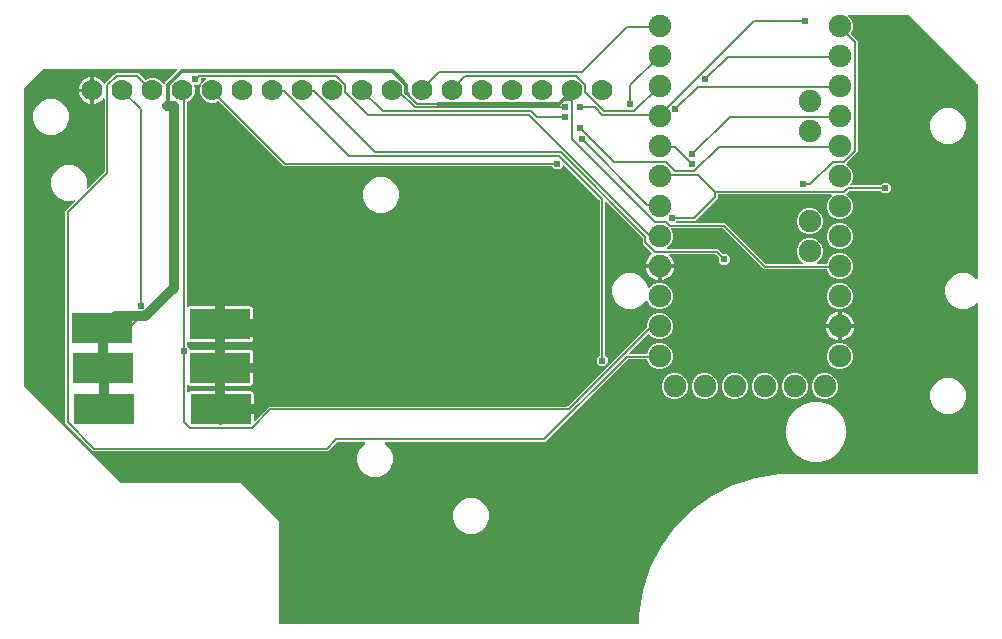
<source format=gbr>
G04 EAGLE Gerber X2 export*
%TF.Part,Single*%
%TF.FileFunction,Copper,L2,Bot,Mixed*%
%TF.FilePolarity,Positive*%
%TF.GenerationSoftware,Autodesk,EAGLE,9.1.0*%
%TF.CreationDate,2019-02-06T17:54:37Z*%
G75*
%MOMM*%
%FSLAX34Y34*%
%LPD*%
%AMOC8*
5,1,8,0,0,1.08239X$1,22.5*%
G01*
%ADD10C,1.778000*%
%ADD11C,1.905000*%
%ADD12R,5.080000X2.540000*%
%ADD13C,0.152400*%
%ADD14C,0.609600*%
%ADD15C,0.812800*%
%ADD16C,0.304800*%

G36*
X522498Y2544D02*
X522498Y2544D01*
X522517Y2542D01*
X522619Y2564D01*
X522721Y2580D01*
X522738Y2590D01*
X522758Y2594D01*
X522847Y2647D01*
X522938Y2696D01*
X522952Y2710D01*
X522969Y2720D01*
X523036Y2799D01*
X523108Y2874D01*
X523116Y2892D01*
X523129Y2907D01*
X523168Y3003D01*
X523211Y3097D01*
X523213Y3117D01*
X523221Y3135D01*
X523239Y3302D01*
X523239Y10195D01*
X526429Y30334D01*
X532730Y49727D01*
X541987Y67894D01*
X553972Y84390D01*
X568390Y98808D01*
X584886Y110793D01*
X603053Y120050D01*
X622446Y126351D01*
X642585Y129541D01*
X809494Y129541D01*
X809514Y129544D01*
X809535Y129542D01*
X809635Y129564D01*
X809737Y129580D01*
X809755Y129590D01*
X809775Y129594D01*
X809863Y129647D01*
X809954Y129696D01*
X809968Y129710D01*
X809986Y129721D01*
X810053Y129799D01*
X810124Y129874D01*
X810132Y129892D01*
X810146Y129908D01*
X810184Y130004D01*
X810227Y130097D01*
X810230Y130117D01*
X810237Y130136D01*
X810256Y130303D01*
X810092Y273622D01*
X810081Y273692D01*
X810079Y273763D01*
X810061Y273813D01*
X810052Y273864D01*
X810019Y273927D01*
X809994Y273994D01*
X809962Y274035D01*
X809937Y274082D01*
X809885Y274131D01*
X809841Y274186D01*
X809796Y274215D01*
X809758Y274251D01*
X809694Y274281D01*
X809634Y274319D01*
X809583Y274332D01*
X809535Y274354D01*
X809464Y274362D01*
X809395Y274379D01*
X809343Y274375D01*
X809291Y274381D01*
X809221Y274366D01*
X809150Y274360D01*
X809102Y274340D01*
X809050Y274328D01*
X808989Y274292D01*
X808924Y274264D01*
X808867Y274219D01*
X808839Y274202D01*
X808824Y274184D01*
X808793Y274159D01*
X806193Y271560D01*
X800592Y269239D01*
X794528Y269239D01*
X788927Y271560D01*
X784640Y275847D01*
X782319Y281448D01*
X782319Y287512D01*
X784640Y293113D01*
X788927Y297400D01*
X794528Y299721D01*
X800592Y299721D01*
X806193Y297400D01*
X808768Y294826D01*
X808827Y294784D01*
X808879Y294734D01*
X808926Y294712D01*
X808968Y294682D01*
X809037Y294661D01*
X809102Y294631D01*
X809153Y294625D01*
X809203Y294610D01*
X809275Y294612D01*
X809347Y294604D01*
X809397Y294615D01*
X809449Y294616D01*
X809516Y294641D01*
X809587Y294656D01*
X809631Y294683D01*
X809680Y294701D01*
X809736Y294746D01*
X809798Y294783D01*
X809831Y294822D01*
X809872Y294854D01*
X809911Y294915D01*
X809957Y294970D01*
X809977Y295018D01*
X810005Y295061D01*
X810022Y295131D01*
X810049Y295198D01*
X810057Y295269D01*
X810065Y295300D01*
X810063Y295323D01*
X810067Y295365D01*
X809884Y456178D01*
X809877Y456221D01*
X809879Y456263D01*
X809857Y456341D01*
X809844Y456421D01*
X809824Y456459D01*
X809812Y456500D01*
X809768Y456572D01*
X809877Y457419D01*
X809875Y457450D01*
X809883Y457516D01*
X809882Y458563D01*
X809887Y458582D01*
X809887Y458601D01*
X809892Y458621D01*
X809883Y458724D01*
X809881Y458827D01*
X809877Y458837D01*
X809877Y459269D01*
X809862Y459359D01*
X809855Y459450D01*
X809842Y459480D01*
X809837Y459512D01*
X809795Y459592D01*
X809759Y459677D01*
X809733Y459709D01*
X809722Y459729D01*
X809699Y459752D01*
X809680Y459775D01*
X809676Y459782D01*
X809672Y459785D01*
X809654Y459808D01*
X751410Y518043D01*
X751336Y518096D01*
X751267Y518156D01*
X751237Y518168D01*
X751211Y518186D01*
X751123Y518213D01*
X751039Y518247D01*
X750998Y518252D01*
X750976Y518259D01*
X750943Y518258D01*
X750872Y518266D01*
X700743Y518243D01*
X700672Y518231D01*
X700601Y518229D01*
X700552Y518212D01*
X700500Y518203D01*
X700437Y518170D01*
X700370Y518145D01*
X700329Y518112D01*
X700283Y518088D01*
X700234Y518036D01*
X700178Y517991D01*
X700149Y517947D01*
X700114Y517909D01*
X700083Y517845D01*
X700045Y517784D01*
X700032Y517734D01*
X700010Y517686D01*
X700002Y517615D01*
X699985Y517546D01*
X699989Y517494D01*
X699983Y517442D01*
X699998Y517372D01*
X700004Y517301D01*
X700024Y517253D01*
X700035Y517202D01*
X700072Y517140D01*
X700100Y517074D01*
X700145Y517018D01*
X700162Y516990D01*
X700179Y516975D01*
X700205Y516943D01*
X702483Y514666D01*
X704165Y510604D01*
X704165Y506208D01*
X702777Y502859D01*
X702751Y502745D01*
X702722Y502632D01*
X702723Y502625D01*
X702721Y502619D01*
X702732Y502503D01*
X702741Y502386D01*
X702744Y502381D01*
X702744Y502374D01*
X702792Y502267D01*
X702838Y502160D01*
X702842Y502154D01*
X702844Y502150D01*
X702857Y502136D01*
X702942Y502029D01*
X708724Y496247D01*
X708724Y402278D01*
X707162Y400715D01*
X699422Y392976D01*
X698657Y392210D01*
X698630Y392173D01*
X698596Y392142D01*
X698559Y392074D01*
X698513Y392011D01*
X698500Y391967D01*
X698478Y391927D01*
X698464Y391850D01*
X698441Y391776D01*
X698442Y391730D01*
X698434Y391684D01*
X698445Y391607D01*
X698447Y391530D01*
X698463Y391487D01*
X698470Y391441D01*
X698505Y391372D01*
X698532Y391299D01*
X698561Y391263D01*
X698581Y391222D01*
X698637Y391168D01*
X698685Y391107D01*
X698724Y391082D01*
X698757Y391050D01*
X698877Y390984D01*
X698892Y390974D01*
X698897Y390972D01*
X698904Y390969D01*
X699374Y390774D01*
X702483Y387666D01*
X704165Y383604D01*
X704165Y379208D01*
X702483Y375147D01*
X702397Y375061D01*
X702355Y375003D01*
X702305Y374951D01*
X702284Y374904D01*
X702253Y374862D01*
X702232Y374793D01*
X702202Y374728D01*
X702196Y374676D01*
X702181Y374627D01*
X702183Y374555D01*
X702175Y374484D01*
X702186Y374433D01*
X702187Y374381D01*
X702212Y374313D01*
X702227Y374243D01*
X702254Y374198D01*
X702272Y374150D01*
X702316Y374094D01*
X702353Y374032D01*
X702393Y373998D01*
X702425Y373958D01*
X702486Y373919D01*
X702540Y373872D01*
X702588Y373853D01*
X702632Y373825D01*
X702702Y373807D01*
X702768Y373780D01*
X702840Y373772D01*
X702871Y373764D01*
X702894Y373766D01*
X702935Y373762D01*
X727342Y373762D01*
X727432Y373776D01*
X727523Y373784D01*
X727553Y373796D01*
X727585Y373801D01*
X727666Y373844D01*
X727749Y373880D01*
X727782Y373906D01*
X727802Y373917D01*
X727824Y373940D01*
X727880Y373985D01*
X729943Y376048D01*
X733732Y376048D01*
X736410Y373369D01*
X736410Y369581D01*
X733732Y366902D01*
X729943Y366902D01*
X727880Y368965D01*
X727806Y369018D01*
X727737Y369078D01*
X727707Y369090D01*
X727681Y369109D01*
X727594Y369136D01*
X727509Y369170D01*
X727468Y369174D01*
X727446Y369181D01*
X727413Y369180D01*
X727342Y369188D01*
X701350Y369188D01*
X701260Y369174D01*
X701169Y369166D01*
X701139Y369154D01*
X701107Y369149D01*
X701027Y369106D01*
X700943Y369070D01*
X700911Y369044D01*
X700890Y369033D01*
X700868Y369010D01*
X700812Y368965D01*
X698657Y366810D01*
X698630Y366773D01*
X698596Y366742D01*
X698559Y366674D01*
X698513Y366611D01*
X698500Y366567D01*
X698478Y366527D01*
X698464Y366450D01*
X698441Y366376D01*
X698442Y366330D01*
X698434Y366284D01*
X698445Y366207D01*
X698447Y366130D01*
X698463Y366087D01*
X698470Y366041D01*
X698505Y365972D01*
X698532Y365899D01*
X698561Y365863D01*
X698581Y365822D01*
X698637Y365768D01*
X698685Y365707D01*
X698724Y365682D01*
X698757Y365650D01*
X698877Y365584D01*
X698892Y365574D01*
X698897Y365572D01*
X698904Y365569D01*
X699374Y365374D01*
X702483Y362266D01*
X704165Y358204D01*
X704165Y353808D01*
X702483Y349747D01*
X699374Y346639D01*
X695313Y344957D01*
X690917Y344957D01*
X686856Y346639D01*
X683748Y349747D01*
X682065Y353808D01*
X682065Y358204D01*
X683748Y362266D01*
X686196Y364714D01*
X686238Y364772D01*
X686287Y364824D01*
X686309Y364871D01*
X686339Y364913D01*
X686360Y364982D01*
X686391Y365047D01*
X686396Y365099D01*
X686412Y365149D01*
X686410Y365220D01*
X686418Y365291D01*
X686407Y365342D01*
X686405Y365394D01*
X686381Y365462D01*
X686366Y365532D01*
X686339Y365577D01*
X686321Y365625D01*
X686276Y365681D01*
X686239Y365743D01*
X686200Y365777D01*
X686167Y365817D01*
X686107Y365856D01*
X686052Y365903D01*
X686004Y365922D01*
X685960Y365950D01*
X685891Y365968D01*
X685824Y365995D01*
X685753Y366003D01*
X685722Y366011D01*
X685699Y366009D01*
X685658Y366013D01*
X590423Y366013D01*
X590403Y366010D01*
X590384Y366012D01*
X590282Y365990D01*
X590180Y365974D01*
X590163Y365964D01*
X590143Y365960D01*
X590054Y365907D01*
X589963Y365858D01*
X589949Y365844D01*
X589932Y365834D01*
X589865Y365755D01*
X589793Y365680D01*
X589785Y365662D01*
X589772Y365647D01*
X589733Y365551D01*
X589690Y365457D01*
X589688Y365437D01*
X589680Y365419D01*
X589662Y365252D01*
X589662Y362590D01*
X570860Y343788D01*
X555358Y343788D01*
X555268Y343774D01*
X555177Y343766D01*
X555147Y343754D01*
X555115Y343749D01*
X555035Y343706D01*
X554951Y343670D01*
X554918Y343644D01*
X554898Y343633D01*
X554876Y343610D01*
X554820Y343565D01*
X554566Y343311D01*
X554524Y343253D01*
X554474Y343201D01*
X554452Y343154D01*
X554422Y343112D01*
X554401Y343043D01*
X554371Y342978D01*
X554365Y342926D01*
X554350Y342876D01*
X554352Y342805D01*
X554344Y342734D01*
X554355Y342683D01*
X554356Y342631D01*
X554381Y342563D01*
X554396Y342493D01*
X554423Y342448D01*
X554440Y342400D01*
X554485Y342344D01*
X554522Y342282D01*
X554562Y342248D01*
X554594Y342208D01*
X554654Y342169D01*
X554709Y342122D01*
X554757Y342103D01*
X554801Y342075D01*
X554871Y342057D01*
X554937Y342030D01*
X555008Y342022D01*
X555040Y342014D01*
X555063Y342016D01*
X555104Y342012D01*
X596260Y342012D01*
X630962Y307310D01*
X631036Y307257D01*
X631105Y307197D01*
X631135Y307185D01*
X631161Y307166D01*
X631248Y307139D01*
X631333Y307105D01*
X631374Y307101D01*
X631397Y307094D01*
X631429Y307095D01*
X631500Y307087D01*
X661135Y307087D01*
X661231Y307102D01*
X661328Y307112D01*
X661352Y307122D01*
X661378Y307126D01*
X661464Y307172D01*
X661553Y307212D01*
X661572Y307229D01*
X661595Y307242D01*
X661662Y307312D01*
X661734Y307378D01*
X661746Y307401D01*
X661764Y307420D01*
X661805Y307508D01*
X661852Y307594D01*
X661857Y307619D01*
X661868Y307643D01*
X661879Y307740D01*
X661896Y307836D01*
X661892Y307862D01*
X661895Y307887D01*
X661874Y307983D01*
X661860Y308079D01*
X661848Y308102D01*
X661843Y308128D01*
X661793Y308211D01*
X661749Y308298D01*
X661730Y308317D01*
X661717Y308339D01*
X661643Y308402D01*
X661573Y308471D01*
X661544Y308486D01*
X661530Y308499D01*
X661499Y308511D01*
X661465Y308530D01*
X658348Y311647D01*
X656665Y315708D01*
X656665Y320104D01*
X658348Y324166D01*
X661456Y327274D01*
X665517Y328956D01*
X669913Y328956D01*
X673974Y327274D01*
X677083Y324166D01*
X678765Y320104D01*
X678765Y315708D01*
X677083Y311647D01*
X673958Y308523D01*
X673921Y308500D01*
X673835Y308454D01*
X673817Y308436D01*
X673795Y308422D01*
X673733Y308347D01*
X673666Y308276D01*
X673655Y308252D01*
X673638Y308232D01*
X673604Y308141D01*
X673562Y308053D01*
X673560Y308027D01*
X673550Y308003D01*
X673546Y307905D01*
X673535Y307809D01*
X673541Y307783D01*
X673540Y307757D01*
X673567Y307664D01*
X673588Y307568D01*
X673601Y307546D01*
X673608Y307521D01*
X673664Y307441D01*
X673714Y307357D01*
X673734Y307340D01*
X673748Y307319D01*
X673826Y307261D01*
X673901Y307197D01*
X673925Y307187D01*
X673946Y307172D01*
X674038Y307142D01*
X674129Y307105D01*
X674161Y307102D01*
X674180Y307096D01*
X674213Y307096D01*
X674296Y307087D01*
X681425Y307087D01*
X681540Y307106D01*
X681656Y307123D01*
X681662Y307125D01*
X681668Y307126D01*
X681771Y307181D01*
X681875Y307234D01*
X681880Y307239D01*
X681885Y307242D01*
X681965Y307326D01*
X682048Y307410D01*
X682051Y307416D01*
X682055Y307420D01*
X682063Y307437D01*
X682129Y307557D01*
X683748Y311466D01*
X686856Y314574D01*
X690917Y316256D01*
X695313Y316256D01*
X699374Y314574D01*
X702483Y311466D01*
X704165Y307404D01*
X704165Y303008D01*
X702483Y298947D01*
X699374Y295839D01*
X695313Y294157D01*
X690917Y294157D01*
X686856Y295839D01*
X683748Y298947D01*
X682465Y302043D01*
X682404Y302143D01*
X682344Y302243D01*
X682339Y302247D01*
X682336Y302252D01*
X682246Y302327D01*
X682157Y302403D01*
X682151Y302405D01*
X682146Y302409D01*
X682038Y302451D01*
X681929Y302495D01*
X681921Y302496D01*
X681917Y302497D01*
X681898Y302498D01*
X681762Y302513D01*
X629290Y302513D01*
X594588Y337215D01*
X594514Y337268D01*
X594445Y337328D01*
X594415Y337340D01*
X594389Y337359D01*
X594302Y337386D01*
X594217Y337420D01*
X594176Y337424D01*
X594153Y337431D01*
X594121Y337430D01*
X594050Y337438D01*
X550985Y337438D01*
X550939Y337431D01*
X550894Y337433D01*
X550819Y337411D01*
X550742Y337399D01*
X550701Y337377D01*
X550657Y337364D01*
X550593Y337320D01*
X550525Y337283D01*
X550493Y337250D01*
X550455Y337224D01*
X550409Y337162D01*
X550355Y337105D01*
X550336Y337063D01*
X550309Y337027D01*
X550284Y336953D01*
X550252Y336882D01*
X550247Y336836D01*
X550232Y336793D01*
X550233Y336715D01*
X550225Y336638D01*
X550234Y336593D01*
X550235Y336547D01*
X550273Y336415D01*
X550277Y336397D01*
X550279Y336393D01*
X550281Y336386D01*
X551765Y332804D01*
X551765Y328408D01*
X550083Y324347D01*
X546958Y321223D01*
X546921Y321200D01*
X546835Y321154D01*
X546817Y321136D01*
X546795Y321122D01*
X546733Y321047D01*
X546666Y320976D01*
X546655Y320952D01*
X546638Y320932D01*
X546604Y320841D01*
X546562Y320753D01*
X546560Y320727D01*
X546550Y320703D01*
X546546Y320605D01*
X546535Y320509D01*
X546541Y320483D01*
X546540Y320457D01*
X546567Y320364D01*
X546588Y320268D01*
X546601Y320246D01*
X546608Y320221D01*
X546664Y320141D01*
X546714Y320057D01*
X546734Y320040D01*
X546748Y320019D01*
X546826Y319961D01*
X546901Y319897D01*
X546925Y319887D01*
X546946Y319872D01*
X547038Y319842D01*
X547129Y319805D01*
X547161Y319802D01*
X547180Y319796D01*
X547213Y319796D01*
X547296Y319787D01*
X589910Y319787D01*
X593751Y315946D01*
X593825Y315893D01*
X593894Y315833D01*
X593924Y315821D01*
X593950Y315802D01*
X594037Y315775D01*
X594122Y315741D01*
X594163Y315737D01*
X594186Y315730D01*
X594218Y315731D01*
X594289Y315723D01*
X597207Y315723D01*
X599885Y313044D01*
X599885Y309256D01*
X597207Y306577D01*
X593418Y306577D01*
X590740Y309256D01*
X590740Y312173D01*
X590725Y312264D01*
X590718Y312354D01*
X590705Y312384D01*
X590700Y312416D01*
X590657Y312497D01*
X590622Y312581D01*
X590596Y312613D01*
X590585Y312634D01*
X590562Y312656D01*
X590517Y312712D01*
X588238Y314990D01*
X588164Y315043D01*
X588095Y315103D01*
X588065Y315115D01*
X588039Y315134D01*
X587952Y315161D01*
X587867Y315195D01*
X587826Y315199D01*
X587803Y315206D01*
X587771Y315205D01*
X587700Y315213D01*
X549610Y315213D01*
X549539Y315202D01*
X549467Y315200D01*
X549418Y315182D01*
X549367Y315174D01*
X549304Y315140D01*
X549236Y315115D01*
X549196Y315083D01*
X549150Y315058D01*
X549100Y315006D01*
X549044Y314962D01*
X549016Y314918D01*
X548980Y314880D01*
X548950Y314815D01*
X548911Y314755D01*
X548898Y314704D01*
X548877Y314657D01*
X548869Y314586D01*
X548851Y314516D01*
X548855Y314464D01*
X548849Y314413D01*
X548865Y314342D01*
X548870Y314271D01*
X548891Y314223D01*
X548902Y314172D01*
X548939Y314111D01*
X548967Y314045D01*
X549011Y313989D01*
X549028Y313961D01*
X549046Y313946D01*
X549071Y313914D01*
X549918Y313067D01*
X551035Y311530D01*
X551897Y309838D01*
X552484Y308032D01*
X552690Y306730D01*
X541477Y306730D01*
X541458Y306726D01*
X541438Y306729D01*
X541337Y306707D01*
X541235Y306690D01*
X541217Y306681D01*
X541197Y306676D01*
X541108Y306623D01*
X541017Y306575D01*
X541003Y306560D01*
X540986Y306550D01*
X540919Y306471D01*
X540848Y306396D01*
X540839Y306378D01*
X540826Y306363D01*
X540788Y306267D01*
X540744Y306173D01*
X540742Y306154D01*
X540735Y306135D01*
X540716Y305968D01*
X540716Y305206D01*
X540714Y305206D01*
X540714Y305968D01*
X540711Y305988D01*
X540713Y306008D01*
X540691Y306109D01*
X540675Y306211D01*
X540665Y306229D01*
X540661Y306248D01*
X540608Y306337D01*
X540560Y306428D01*
X540545Y306442D01*
X540535Y306459D01*
X540456Y306527D01*
X540381Y306598D01*
X540363Y306606D01*
X540348Y306619D01*
X540252Y306658D01*
X540158Y306701D01*
X540138Y306704D01*
X540120Y306711D01*
X539953Y306730D01*
X528740Y306730D01*
X528947Y308032D01*
X529533Y309838D01*
X530396Y311530D01*
X531512Y313067D01*
X532855Y314410D01*
X534205Y315391D01*
X534261Y315447D01*
X534323Y315497D01*
X534347Y315534D01*
X534378Y315566D01*
X534413Y315637D01*
X534456Y315704D01*
X534467Y315747D01*
X534487Y315786D01*
X534497Y315865D01*
X534516Y315942D01*
X534513Y315986D01*
X534519Y316030D01*
X534503Y316108D01*
X534497Y316188D01*
X534480Y316228D01*
X534472Y316272D01*
X534432Y316341D01*
X534401Y316414D01*
X534364Y316460D01*
X534350Y316485D01*
X534329Y316504D01*
X534296Y316545D01*
X534065Y316776D01*
X526351Y324490D01*
X526351Y328937D01*
X526336Y329028D01*
X526329Y329118D01*
X526316Y329148D01*
X526311Y329180D01*
X526268Y329261D01*
X526233Y329345D01*
X526207Y329377D01*
X526196Y329398D01*
X526173Y329420D01*
X526128Y329476D01*
X495711Y359892D01*
X495653Y359934D01*
X495601Y359984D01*
X495554Y360006D01*
X495512Y360036D01*
X495443Y360057D01*
X495378Y360087D01*
X495326Y360093D01*
X495276Y360108D01*
X495205Y360106D01*
X495134Y360114D01*
X495083Y360103D01*
X495031Y360102D01*
X494963Y360077D01*
X494893Y360062D01*
X494848Y360035D01*
X494800Y360017D01*
X494744Y359973D01*
X494682Y359936D01*
X494648Y359896D01*
X494608Y359864D01*
X494569Y359803D01*
X494522Y359749D01*
X494503Y359701D01*
X494475Y359657D01*
X494457Y359587D01*
X494430Y359521D01*
X494422Y359449D01*
X494414Y359418D01*
X494416Y359395D01*
X494412Y359354D01*
X494412Y229920D01*
X494426Y229830D01*
X494434Y229739D01*
X494446Y229710D01*
X494451Y229678D01*
X494494Y229597D01*
X494530Y229513D01*
X494556Y229481D01*
X494567Y229460D01*
X494590Y229438D01*
X494635Y229382D01*
X496698Y227319D01*
X496698Y223531D01*
X494019Y220852D01*
X490231Y220852D01*
X487552Y223531D01*
X487552Y227319D01*
X489615Y229382D01*
X489668Y229456D01*
X489728Y229526D01*
X489740Y229556D01*
X489759Y229582D01*
X489786Y229669D01*
X489820Y229754D01*
X489824Y229795D01*
X489831Y229817D01*
X489830Y229849D01*
X489838Y229920D01*
X489838Y360687D01*
X489824Y360778D01*
X489816Y360868D01*
X489804Y360898D01*
X489799Y360930D01*
X489756Y361011D01*
X489720Y361095D01*
X489694Y361127D01*
X489683Y361148D01*
X489660Y361170D01*
X489615Y361226D01*
X459897Y390944D01*
X459839Y390986D01*
X459787Y391035D01*
X459740Y391057D01*
X459698Y391087D01*
X459629Y391108D01*
X459564Y391139D01*
X459512Y391144D01*
X459462Y391160D01*
X459391Y391158D01*
X459320Y391166D01*
X459269Y391155D01*
X459217Y391153D01*
X459149Y391129D01*
X459079Y391114D01*
X459034Y391087D01*
X458986Y391069D01*
X458930Y391024D01*
X458868Y390987D01*
X458834Y390948D01*
X458794Y390915D01*
X458755Y390855D01*
X458708Y390800D01*
X458689Y390752D01*
X458661Y390708D01*
X458643Y390639D01*
X458616Y390572D01*
X458608Y390501D01*
X458600Y390470D01*
X458602Y390446D01*
X458598Y390406D01*
X458598Y390218D01*
X455919Y387540D01*
X452131Y387540D01*
X450068Y389603D01*
X449994Y389656D01*
X449924Y389715D01*
X449894Y389728D01*
X449868Y389746D01*
X449781Y389773D01*
X449696Y389807D01*
X449655Y389812D01*
X449633Y389819D01*
X449601Y389818D01*
X449530Y389826D01*
X222890Y389826D01*
X167857Y444859D01*
X167763Y444927D01*
X167668Y444997D01*
X167662Y444999D01*
X167657Y445003D01*
X167546Y445037D01*
X167434Y445073D01*
X167428Y445073D01*
X167422Y445075D01*
X167305Y445072D01*
X167188Y445071D01*
X167181Y445069D01*
X167176Y445069D01*
X167159Y445062D01*
X167027Y445024D01*
X163920Y443737D01*
X159777Y443737D01*
X155949Y445323D01*
X153020Y448252D01*
X151434Y452080D01*
X151434Y456224D01*
X153020Y460052D01*
X155959Y462991D01*
X156014Y463025D01*
X156100Y463071D01*
X156118Y463090D01*
X156140Y463103D01*
X156202Y463178D01*
X156270Y463249D01*
X156281Y463273D01*
X156297Y463293D01*
X156332Y463384D01*
X156373Y463472D01*
X156376Y463498D01*
X156385Y463522D01*
X156389Y463620D01*
X156400Y463716D01*
X156395Y463742D01*
X156396Y463768D01*
X156369Y463861D01*
X156348Y463957D01*
X156335Y463979D01*
X156327Y464004D01*
X156272Y464084D01*
X156222Y464168D01*
X156202Y464185D01*
X156187Y464206D01*
X156109Y464265D01*
X156035Y464328D01*
X156011Y464338D01*
X155990Y464353D01*
X155897Y464383D01*
X155807Y464420D01*
X155774Y464423D01*
X155756Y464429D01*
X155723Y464429D01*
X155640Y464438D01*
X152971Y464438D01*
X152952Y464435D01*
X152932Y464437D01*
X152831Y464415D01*
X152729Y464399D01*
X152711Y464389D01*
X152692Y464385D01*
X152603Y464332D01*
X152511Y464283D01*
X152498Y464269D01*
X152481Y464259D01*
X152413Y464180D01*
X152342Y464105D01*
X152334Y464087D01*
X152321Y464072D01*
X152282Y463976D01*
X152238Y463882D01*
X152236Y463862D01*
X152229Y463844D01*
X152210Y463677D01*
X152210Y461656D01*
X149532Y458977D01*
X146862Y458977D01*
X146817Y458970D01*
X146771Y458972D01*
X146696Y458950D01*
X146619Y458938D01*
X146579Y458916D01*
X146535Y458903D01*
X146471Y458859D01*
X146402Y458822D01*
X146371Y458789D01*
X146333Y458763D01*
X146286Y458700D01*
X146233Y458644D01*
X146213Y458602D01*
X146186Y458566D01*
X146162Y458492D01*
X146129Y458421D01*
X146124Y458375D01*
X146110Y458332D01*
X146111Y458254D01*
X146102Y458177D01*
X146112Y458132D01*
X146112Y458086D01*
X146150Y457954D01*
X146154Y457936D01*
X146157Y457932D01*
X146159Y457925D01*
X146864Y456224D01*
X146864Y452080D01*
X145278Y448252D01*
X142348Y445323D01*
X140869Y444710D01*
X140770Y444649D01*
X140670Y444589D01*
X140665Y444584D01*
X140660Y444581D01*
X140586Y444491D01*
X140510Y444402D01*
X140507Y444396D01*
X140503Y444391D01*
X140462Y444283D01*
X140418Y444174D01*
X140417Y444166D01*
X140415Y444161D01*
X140414Y444143D01*
X140399Y444007D01*
X140399Y271570D01*
X140415Y271476D01*
X140423Y271381D01*
X140434Y271355D01*
X140439Y271327D01*
X140484Y271243D01*
X140522Y271155D01*
X140541Y271134D01*
X140554Y271109D01*
X140623Y271044D01*
X140687Y270973D01*
X140712Y270960D01*
X140732Y270940D01*
X140819Y270900D01*
X140902Y270853D01*
X140930Y270848D01*
X140955Y270836D01*
X141050Y270826D01*
X141144Y270808D01*
X141172Y270812D01*
X141200Y270809D01*
X141293Y270830D01*
X141387Y270843D01*
X141420Y270857D01*
X141440Y270862D01*
X141469Y270879D01*
X141541Y270910D01*
X141869Y271100D01*
X142515Y271273D01*
X166726Y271273D01*
X166726Y256794D01*
X166729Y256776D01*
X166727Y256759D01*
X166728Y256757D01*
X166727Y256755D01*
X166749Y256653D01*
X166766Y256551D01*
X166775Y256534D01*
X166780Y256514D01*
X166833Y256425D01*
X166881Y256334D01*
X166896Y256320D01*
X166906Y256303D01*
X166985Y256236D01*
X167060Y256165D01*
X167078Y256156D01*
X167093Y256143D01*
X167189Y256104D01*
X167283Y256061D01*
X167302Y256059D01*
X167321Y256051D01*
X167488Y256033D01*
X168250Y256033D01*
X168250Y256031D01*
X167488Y256031D01*
X167468Y256028D01*
X167448Y256030D01*
X167347Y256008D01*
X167245Y255991D01*
X167227Y255982D01*
X167208Y255978D01*
X167119Y255925D01*
X167028Y255876D01*
X167014Y255862D01*
X166997Y255852D01*
X166929Y255773D01*
X166858Y255698D01*
X166850Y255680D01*
X166837Y255665D01*
X166798Y255569D01*
X166755Y255475D01*
X166752Y255455D01*
X166745Y255437D01*
X166726Y255270D01*
X166726Y240791D01*
X142515Y240791D01*
X141869Y240964D01*
X141541Y241154D01*
X141452Y241187D01*
X141365Y241228D01*
X141337Y241231D01*
X141311Y241241D01*
X141216Y241244D01*
X141121Y241255D01*
X141094Y241249D01*
X141065Y241250D01*
X140974Y241223D01*
X140881Y241202D01*
X140856Y241188D01*
X140829Y241180D01*
X140751Y241125D01*
X140670Y241076D01*
X140651Y241055D01*
X140628Y241039D01*
X140572Y240962D01*
X140510Y240889D01*
X140499Y240863D01*
X140482Y240840D01*
X140453Y240750D01*
X140418Y240661D01*
X140414Y240626D01*
X140407Y240606D01*
X140408Y240573D01*
X140399Y240494D01*
X140399Y237858D01*
X140414Y237768D01*
X140421Y237677D01*
X140434Y237647D01*
X140439Y237615D01*
X140482Y237534D01*
X140517Y237451D01*
X140543Y237418D01*
X140554Y237398D01*
X140577Y237376D01*
X140622Y237320D01*
X142725Y235217D01*
X142725Y235215D01*
X142734Y235198D01*
X142739Y235178D01*
X142792Y235089D01*
X142840Y234998D01*
X142854Y234984D01*
X142865Y234967D01*
X142943Y234900D01*
X143018Y234828D01*
X143036Y234820D01*
X143052Y234807D01*
X143148Y234768D01*
X143241Y234725D01*
X143261Y234723D01*
X143280Y234715D01*
X143446Y234697D01*
X166726Y234697D01*
X166726Y220218D01*
X166730Y220198D01*
X166727Y220179D01*
X166749Y220077D01*
X166766Y219975D01*
X166775Y219958D01*
X166780Y219938D01*
X166833Y219849D01*
X166881Y219758D01*
X166896Y219744D01*
X166906Y219727D01*
X166985Y219660D01*
X167060Y219589D01*
X167078Y219580D01*
X167093Y219567D01*
X167189Y219528D01*
X167283Y219485D01*
X167302Y219483D01*
X167321Y219475D01*
X167488Y219457D01*
X168250Y219457D01*
X168250Y219455D01*
X167488Y219455D01*
X167468Y219452D01*
X167448Y219454D01*
X167347Y219432D01*
X167245Y219415D01*
X167227Y219406D01*
X167208Y219402D01*
X167119Y219349D01*
X167028Y219300D01*
X167014Y219286D01*
X166997Y219276D01*
X166929Y219197D01*
X166858Y219122D01*
X166850Y219104D01*
X166837Y219089D01*
X166798Y218993D01*
X166755Y218899D01*
X166752Y218879D01*
X166745Y218861D01*
X166726Y218694D01*
X166726Y204215D01*
X142515Y204215D01*
X141869Y204388D01*
X141541Y204578D01*
X141452Y204611D01*
X141365Y204652D01*
X141337Y204655D01*
X141311Y204665D01*
X141216Y204668D01*
X141121Y204679D01*
X141094Y204673D01*
X141065Y204674D01*
X140974Y204647D01*
X140881Y204626D01*
X140856Y204612D01*
X140829Y204604D01*
X140751Y204549D01*
X140670Y204500D01*
X140651Y204479D01*
X140628Y204463D01*
X140572Y204386D01*
X140510Y204313D01*
X140499Y204287D01*
X140482Y204264D01*
X140453Y204174D01*
X140418Y204085D01*
X140414Y204050D01*
X140407Y204030D01*
X140408Y203997D01*
X140399Y203918D01*
X140399Y199170D01*
X140411Y199099D01*
X140413Y199028D01*
X140431Y198979D01*
X140439Y198927D01*
X140472Y198864D01*
X140497Y198797D01*
X140530Y198756D01*
X140554Y198710D01*
X140606Y198661D01*
X140651Y198605D01*
X140695Y198577D01*
X140732Y198541D01*
X140797Y198510D01*
X140858Y198472D01*
X140908Y198459D01*
X140955Y198437D01*
X141027Y198429D01*
X141096Y198412D01*
X141148Y198416D01*
X141200Y198410D01*
X141270Y198425D01*
X141342Y198431D01*
X141389Y198451D01*
X141440Y198462D01*
X141502Y198499D01*
X141568Y198527D01*
X141624Y198572D01*
X141651Y198588D01*
X141667Y198606D01*
X141699Y198632D01*
X141899Y198832D01*
X142478Y199167D01*
X143125Y199340D01*
X167336Y199340D01*
X167336Y184861D01*
X167339Y184842D01*
X167337Y184822D01*
X167359Y184721D01*
X167376Y184619D01*
X167385Y184601D01*
X167389Y184581D01*
X167442Y184492D01*
X167491Y184401D01*
X167505Y184387D01*
X167515Y184370D01*
X167594Y184303D01*
X167669Y184232D01*
X167687Y184223D01*
X167702Y184210D01*
X167799Y184172D01*
X167892Y184128D01*
X167912Y184126D01*
X167931Y184119D01*
X168097Y184100D01*
X168860Y184100D01*
X168860Y184098D01*
X168097Y184098D01*
X168078Y184095D01*
X168058Y184097D01*
X167957Y184075D01*
X167854Y184059D01*
X167837Y184049D01*
X167817Y184045D01*
X167728Y183992D01*
X167637Y183944D01*
X167623Y183929D01*
X167606Y183919D01*
X167539Y183840D01*
X167468Y183765D01*
X167459Y183747D01*
X167446Y183732D01*
X167408Y183636D01*
X167364Y183542D01*
X167362Y183522D01*
X167354Y183504D01*
X167336Y183337D01*
X167336Y171323D01*
X167339Y171303D01*
X167337Y171284D01*
X167359Y171182D01*
X167376Y171080D01*
X167385Y171063D01*
X167389Y171043D01*
X167442Y170954D01*
X167491Y170863D01*
X167505Y170849D01*
X167515Y170832D01*
X167594Y170765D01*
X167669Y170693D01*
X167687Y170685D01*
X167702Y170672D01*
X167799Y170633D01*
X167892Y170590D01*
X167912Y170588D01*
X167931Y170580D01*
X168097Y170562D01*
X169621Y170562D01*
X169641Y170565D01*
X169661Y170563D01*
X169762Y170585D01*
X169864Y170601D01*
X169881Y170611D01*
X169901Y170615D01*
X169990Y170668D01*
X170081Y170717D01*
X170095Y170731D01*
X170112Y170741D01*
X170179Y170820D01*
X170251Y170895D01*
X170259Y170913D01*
X170272Y170928D01*
X170311Y171024D01*
X170354Y171118D01*
X170356Y171138D01*
X170364Y171156D01*
X170382Y171323D01*
X170382Y182576D01*
X196800Y182576D01*
X196800Y174884D01*
X196811Y174813D01*
X196813Y174742D01*
X196831Y174693D01*
X196840Y174641D01*
X196873Y174578D01*
X196898Y174511D01*
X196930Y174470D01*
X196955Y174424D01*
X197007Y174375D01*
X197052Y174319D01*
X197095Y174290D01*
X197133Y174255D01*
X197198Y174224D01*
X197258Y174186D01*
X197309Y174173D01*
X197356Y174151D01*
X197427Y174143D01*
X197497Y174126D01*
X197549Y174130D01*
X197601Y174124D01*
X197671Y174139D01*
X197742Y174145D01*
X197790Y174165D01*
X197841Y174176D01*
X197903Y174213D01*
X197968Y174241D01*
X198024Y174286D01*
X198052Y174302D01*
X198067Y174320D01*
X198099Y174346D01*
X210190Y186437D01*
X462287Y186437D01*
X462378Y186451D01*
X462468Y186459D01*
X462498Y186471D01*
X462530Y186476D01*
X462611Y186519D01*
X462695Y186555D01*
X462727Y186581D01*
X462748Y186592D01*
X462770Y186615D01*
X462826Y186660D01*
X529442Y253276D01*
X529496Y253350D01*
X529555Y253420D01*
X529567Y253450D01*
X529586Y253476D01*
X529613Y253563D01*
X529647Y253648D01*
X529652Y253689D01*
X529658Y253711D01*
X529658Y253743D01*
X529665Y253815D01*
X529665Y256604D01*
X531348Y260666D01*
X534456Y263774D01*
X538517Y265456D01*
X542913Y265456D01*
X546974Y263774D01*
X550083Y260666D01*
X551765Y256604D01*
X551765Y252208D01*
X550083Y248147D01*
X546974Y245039D01*
X542913Y243357D01*
X538517Y243357D01*
X534456Y245039D01*
X531603Y247892D01*
X531587Y247904D01*
X531574Y247919D01*
X531487Y247975D01*
X531403Y248036D01*
X531384Y248042D01*
X531367Y248052D01*
X531267Y248078D01*
X531168Y248108D01*
X531148Y248108D01*
X531129Y248112D01*
X531026Y248104D01*
X530922Y248102D01*
X530903Y248095D01*
X530883Y248093D01*
X530789Y248053D01*
X530691Y248017D01*
X530675Y248005D01*
X530657Y247997D01*
X530526Y247892D01*
X514820Y232186D01*
X514778Y232128D01*
X514729Y232076D01*
X514707Y232029D01*
X514677Y231987D01*
X514656Y231918D01*
X514625Y231853D01*
X514620Y231801D01*
X514604Y231751D01*
X514606Y231680D01*
X514598Y231609D01*
X514609Y231558D01*
X514611Y231506D01*
X514635Y231438D01*
X514650Y231368D01*
X514677Y231324D01*
X514695Y231275D01*
X514740Y231219D01*
X514777Y231157D01*
X514816Y231123D01*
X514849Y231083D01*
X514909Y231044D01*
X514964Y230997D01*
X515012Y230978D01*
X515056Y230950D01*
X515125Y230932D01*
X515192Y230905D01*
X515263Y230897D01*
X515294Y230889D01*
X515318Y230891D01*
X515358Y230887D01*
X529025Y230887D01*
X529140Y230906D01*
X529256Y230923D01*
X529262Y230925D01*
X529268Y230926D01*
X529371Y230981D01*
X529475Y231034D01*
X529480Y231039D01*
X529485Y231042D01*
X529565Y231126D01*
X529648Y231210D01*
X529651Y231216D01*
X529655Y231220D01*
X529663Y231237D01*
X529729Y231357D01*
X531348Y235266D01*
X534456Y238374D01*
X538517Y240056D01*
X542913Y240056D01*
X546974Y238374D01*
X550083Y235266D01*
X551765Y231204D01*
X551765Y226808D01*
X550083Y222747D01*
X546974Y219639D01*
X542913Y217957D01*
X538517Y217957D01*
X534456Y219639D01*
X531348Y222747D01*
X530065Y225843D01*
X530004Y225943D01*
X529944Y226043D01*
X529939Y226047D01*
X529936Y226052D01*
X529846Y226127D01*
X529757Y226203D01*
X529751Y226205D01*
X529746Y226209D01*
X529638Y226251D01*
X529529Y226295D01*
X529521Y226296D01*
X529517Y226297D01*
X529498Y226298D01*
X529362Y226313D01*
X514025Y226313D01*
X513935Y226299D01*
X513844Y226291D01*
X513814Y226279D01*
X513782Y226274D01*
X513702Y226231D01*
X513618Y226195D01*
X513586Y226169D01*
X513565Y226158D01*
X513543Y226135D01*
X513487Y226090D01*
X443860Y156463D01*
X308888Y156463D01*
X308817Y156452D01*
X308746Y156450D01*
X308697Y156432D01*
X308645Y156424D01*
X308582Y156390D01*
X308515Y156365D01*
X308474Y156333D01*
X308428Y156308D01*
X308379Y156256D01*
X308323Y156212D01*
X308295Y156168D01*
X308259Y156130D01*
X308228Y156065D01*
X308190Y156005D01*
X308177Y155954D01*
X308155Y155907D01*
X308147Y155836D01*
X308130Y155766D01*
X308134Y155714D01*
X308128Y155663D01*
X308143Y155592D01*
X308149Y155521D01*
X308169Y155473D01*
X308180Y155422D01*
X308217Y155361D01*
X308245Y155295D01*
X308290Y155239D01*
X308306Y155211D01*
X308324Y155196D01*
X308350Y155164D01*
X312640Y150873D01*
X314961Y145272D01*
X314961Y139208D01*
X312640Y133607D01*
X308353Y129320D01*
X302752Y126999D01*
X296688Y126999D01*
X291087Y129320D01*
X286800Y133607D01*
X284479Y139208D01*
X284479Y145272D01*
X286800Y150873D01*
X291090Y155164D01*
X291132Y155222D01*
X291181Y155274D01*
X291203Y155321D01*
X291234Y155363D01*
X291255Y155432D01*
X291285Y155497D01*
X291291Y155549D01*
X291306Y155599D01*
X291304Y155670D01*
X291312Y155741D01*
X291301Y155792D01*
X291300Y155844D01*
X291275Y155912D01*
X291260Y155982D01*
X291233Y156027D01*
X291215Y156075D01*
X291170Y156131D01*
X291134Y156193D01*
X291094Y156227D01*
X291061Y156267D01*
X291001Y156306D01*
X290947Y156353D01*
X290898Y156372D01*
X290855Y156400D01*
X290785Y156418D01*
X290719Y156445D01*
X290647Y156453D01*
X290616Y156461D01*
X290593Y156459D01*
X290552Y156463D01*
X267963Y156463D01*
X267872Y156449D01*
X267782Y156441D01*
X267752Y156429D01*
X267720Y156424D01*
X267639Y156381D01*
X267555Y156345D01*
X267523Y156319D01*
X267502Y156308D01*
X267480Y156285D01*
X267424Y156240D01*
X259710Y148526D01*
X60965Y148526D01*
X59403Y150088D01*
X38963Y170528D01*
X37401Y172090D01*
X37401Y351785D01*
X45445Y359828D01*
X45492Y359895D01*
X45497Y359900D01*
X45499Y359905D01*
X45501Y359908D01*
X45563Y359983D01*
X45573Y360007D01*
X45588Y360028D01*
X45617Y360121D01*
X45652Y360212D01*
X45653Y360238D01*
X45660Y360263D01*
X45658Y360361D01*
X45662Y360458D01*
X45655Y360483D01*
X45654Y360509D01*
X45621Y360601D01*
X45594Y360694D01*
X45579Y360716D01*
X45570Y360740D01*
X45509Y360816D01*
X45453Y360896D01*
X45432Y360912D01*
X45416Y360932D01*
X45334Y360985D01*
X45256Y361043D01*
X45231Y361051D01*
X45209Y361065D01*
X45115Y361089D01*
X45022Y361119D01*
X44996Y361119D01*
X44970Y361125D01*
X44874Y361118D01*
X44776Y361117D01*
X44745Y361108D01*
X44725Y361106D01*
X44695Y361093D01*
X44615Y361070D01*
X43672Y360679D01*
X37608Y360679D01*
X32007Y363000D01*
X27720Y367287D01*
X25399Y372888D01*
X25399Y378952D01*
X27720Y384553D01*
X32007Y388840D01*
X37608Y391161D01*
X43672Y391161D01*
X49273Y388840D01*
X53560Y384553D01*
X55881Y378952D01*
X55881Y372888D01*
X55490Y371945D01*
X55468Y371850D01*
X55439Y371757D01*
X55440Y371731D01*
X55434Y371706D01*
X55443Y371609D01*
X55445Y371511D01*
X55454Y371487D01*
X55457Y371461D01*
X55496Y371372D01*
X55530Y371280D01*
X55546Y371260D01*
X55557Y371236D01*
X55623Y371164D01*
X55684Y371088D01*
X55706Y371074D01*
X55723Y371055D01*
X55809Y371008D01*
X55891Y370955D01*
X55916Y370949D01*
X55939Y370936D01*
X56035Y370919D01*
X56129Y370895D01*
X56155Y370897D01*
X56181Y370893D01*
X56277Y370907D01*
X56374Y370914D01*
X56398Y370925D01*
X56424Y370928D01*
X56511Y370973D01*
X56601Y371011D01*
X56626Y371031D01*
X56643Y371040D01*
X56667Y371064D01*
X56732Y371115D01*
X70515Y384899D01*
X70568Y384973D01*
X70628Y385043D01*
X70640Y385073D01*
X70659Y385099D01*
X70686Y385186D01*
X70703Y385229D01*
X70710Y385244D01*
X70710Y385248D01*
X70720Y385271D01*
X70724Y385312D01*
X70731Y385334D01*
X70730Y385366D01*
X70738Y385438D01*
X70738Y446800D01*
X70737Y446807D01*
X70738Y446815D01*
X70717Y446929D01*
X70699Y447042D01*
X70695Y447049D01*
X70693Y447057D01*
X70637Y447158D01*
X70583Y447260D01*
X70578Y447265D01*
X70574Y447272D01*
X70489Y447350D01*
X70405Y447429D01*
X70398Y447432D01*
X70392Y447438D01*
X70287Y447484D01*
X70182Y447533D01*
X70174Y447534D01*
X70167Y447537D01*
X70052Y447547D01*
X69938Y447560D01*
X69930Y447558D01*
X69922Y447559D01*
X69809Y447532D01*
X69697Y447508D01*
X69690Y447503D01*
X69683Y447502D01*
X69585Y447440D01*
X69486Y447381D01*
X69481Y447375D01*
X69474Y447371D01*
X69361Y447247D01*
X68968Y446705D01*
X67695Y445433D01*
X66240Y444376D01*
X64637Y443559D01*
X62926Y443003D01*
X61772Y442820D01*
X61772Y453390D01*
X61769Y453410D01*
X61771Y453429D01*
X61749Y453531D01*
X61732Y453633D01*
X61723Y453650D01*
X61719Y453670D01*
X61666Y453759D01*
X61617Y453850D01*
X61603Y453864D01*
X61593Y453881D01*
X61514Y453948D01*
X61439Y454019D01*
X61421Y454028D01*
X61406Y454041D01*
X61309Y454079D01*
X61216Y454123D01*
X61196Y454125D01*
X61177Y454133D01*
X61011Y454151D01*
X60248Y454151D01*
X60248Y454153D01*
X61011Y454153D01*
X61030Y454156D01*
X61050Y454154D01*
X61151Y454176D01*
X61254Y454193D01*
X61271Y454202D01*
X61291Y454206D01*
X61380Y454259D01*
X61471Y454308D01*
X61485Y454322D01*
X61502Y454332D01*
X61569Y454411D01*
X61640Y454486D01*
X61649Y454504D01*
X61662Y454519D01*
X61700Y454615D01*
X61744Y454709D01*
X61746Y454729D01*
X61754Y454747D01*
X61772Y454914D01*
X61772Y465484D01*
X62926Y465301D01*
X64637Y464745D01*
X66240Y463928D01*
X67695Y462871D01*
X68968Y461599D01*
X69973Y460215D01*
X70030Y460159D01*
X70079Y460097D01*
X70117Y460073D01*
X70148Y460042D01*
X70219Y460007D01*
X70286Y459964D01*
X70329Y459953D01*
X70369Y459933D01*
X70448Y459923D01*
X70525Y459904D01*
X70569Y459907D01*
X70613Y459901D01*
X70691Y459916D01*
X70770Y459923D01*
X70811Y459940D01*
X70854Y459948D01*
X70923Y459988D01*
X70996Y460019D01*
X71042Y460056D01*
X71068Y460070D01*
X71086Y460091D01*
X71127Y460124D01*
X78453Y467449D01*
X80015Y469012D01*
X99372Y469012D01*
X104969Y463415D01*
X105063Y463347D01*
X105157Y463277D01*
X105163Y463275D01*
X105169Y463272D01*
X105280Y463237D01*
X105391Y463201D01*
X105398Y463201D01*
X105404Y463199D01*
X105520Y463202D01*
X105637Y463203D01*
X105645Y463205D01*
X105650Y463206D01*
X105667Y463212D01*
X105798Y463250D01*
X108977Y464567D01*
X113120Y464567D01*
X116948Y462981D01*
X119878Y460052D01*
X119998Y459763D01*
X120049Y459680D01*
X120094Y459594D01*
X120113Y459576D01*
X120127Y459554D01*
X120202Y459492D01*
X120273Y459425D01*
X120297Y459414D01*
X120317Y459397D01*
X120407Y459362D01*
X120496Y459321D01*
X120522Y459318D01*
X120546Y459309D01*
X120644Y459305D01*
X120740Y459294D01*
X120766Y459300D01*
X120792Y459298D01*
X120886Y459326D01*
X120981Y459346D01*
X121003Y459360D01*
X121028Y459367D01*
X121108Y459422D01*
X121192Y459472D01*
X121209Y459492D01*
X121230Y459507D01*
X121288Y459585D01*
X121352Y459659D01*
X121361Y459684D01*
X121377Y459705D01*
X121407Y459797D01*
X121444Y459887D01*
X121447Y459920D01*
X121453Y459938D01*
X121453Y459971D01*
X121462Y460054D01*
X121462Y460360D01*
X132076Y470973D01*
X132118Y471032D01*
X132167Y471084D01*
X132189Y471131D01*
X132219Y471173D01*
X132240Y471242D01*
X132271Y471307D01*
X132276Y471359D01*
X132292Y471408D01*
X132290Y471480D01*
X132298Y471551D01*
X132286Y471602D01*
X132285Y471654D01*
X132260Y471722D01*
X132245Y471792D01*
X132219Y471836D01*
X132201Y471885D01*
X132156Y471941D01*
X132119Y472003D01*
X132079Y472037D01*
X132047Y472077D01*
X131987Y472116D01*
X131932Y472163D01*
X131884Y472182D01*
X131840Y472210D01*
X131770Y472228D01*
X131704Y472254D01*
X131633Y472262D01*
X131602Y472270D01*
X131578Y472268D01*
X131537Y472273D01*
X18982Y472212D01*
X18892Y472197D01*
X18801Y472190D01*
X18771Y472177D01*
X18739Y472172D01*
X18659Y472129D01*
X18575Y472094D01*
X18543Y472068D01*
X18522Y472057D01*
X18500Y472033D01*
X18444Y471989D01*
X2579Y456123D01*
X2525Y456049D01*
X2466Y455979D01*
X2454Y455950D01*
X2435Y455924D01*
X2408Y455836D01*
X2374Y455751D01*
X2369Y455711D01*
X2363Y455688D01*
X2363Y455656D01*
X2356Y455584D01*
X2540Y204568D01*
X2554Y204478D01*
X2562Y204388D01*
X2574Y204358D01*
X2580Y204325D01*
X2622Y204245D01*
X2658Y204161D01*
X2684Y204129D01*
X2695Y204108D01*
X2718Y204086D01*
X2763Y204030D01*
X84649Y122144D01*
X84723Y122091D01*
X84793Y122031D01*
X84823Y122019D01*
X84849Y122000D01*
X84936Y121973D01*
X85021Y121939D01*
X85062Y121935D01*
X85084Y121928D01*
X85116Y121929D01*
X85188Y121921D01*
X186472Y121921D01*
X218441Y89952D01*
X218441Y3302D01*
X218444Y3282D01*
X218442Y3263D01*
X218464Y3161D01*
X218480Y3059D01*
X218490Y3042D01*
X218494Y3022D01*
X218547Y2933D01*
X218596Y2842D01*
X218610Y2828D01*
X218620Y2811D01*
X218699Y2744D01*
X218774Y2672D01*
X218792Y2664D01*
X218807Y2651D01*
X218903Y2612D01*
X218997Y2569D01*
X219017Y2567D01*
X219035Y2559D01*
X219202Y2541D01*
X522478Y2541D01*
X522498Y2544D01*
G37*
%LPC*%
G36*
X669756Y139699D02*
X669756Y139699D01*
X663296Y141430D01*
X657504Y144774D01*
X652774Y149504D01*
X649430Y155296D01*
X647699Y161756D01*
X647699Y168444D01*
X649430Y174904D01*
X652774Y180696D01*
X657504Y185426D01*
X663296Y188770D01*
X669756Y190501D01*
X676444Y190501D01*
X682904Y188770D01*
X688696Y185426D01*
X693426Y180696D01*
X696770Y174904D01*
X698501Y168444D01*
X698501Y161756D01*
X696770Y155296D01*
X693426Y149504D01*
X688696Y144774D01*
X682904Y141430D01*
X676444Y139699D01*
X669756Y139699D01*
G37*
%LPD*%
%LPC*%
G36*
X538517Y268757D02*
X538517Y268757D01*
X534456Y270439D01*
X531348Y273547D01*
X530171Y276388D01*
X530133Y276449D01*
X530104Y276514D01*
X530069Y276552D01*
X530042Y276597D01*
X529986Y276643D01*
X529938Y276695D01*
X529892Y276720D01*
X529852Y276754D01*
X529785Y276779D01*
X529722Y276814D01*
X529671Y276823D01*
X529622Y276842D01*
X529551Y276845D01*
X529480Y276858D01*
X529429Y276850D01*
X529377Y276852D01*
X529308Y276832D01*
X529237Y276822D01*
X529190Y276798D01*
X529140Y276784D01*
X529082Y276743D01*
X529018Y276710D01*
X528981Y276673D01*
X528938Y276643D01*
X528896Y276586D01*
X528845Y276535D01*
X528811Y276472D01*
X528792Y276446D01*
X528784Y276424D01*
X528765Y276388D01*
X528540Y275847D01*
X524253Y271560D01*
X518652Y269239D01*
X512588Y269239D01*
X506987Y271560D01*
X502700Y275847D01*
X500379Y281448D01*
X500379Y287512D01*
X502700Y293113D01*
X506987Y297400D01*
X512588Y299721D01*
X518652Y299721D01*
X524253Y297400D01*
X528540Y293113D01*
X530861Y287512D01*
X530861Y287416D01*
X530872Y287346D01*
X530874Y287274D01*
X530892Y287225D01*
X530900Y287174D01*
X530934Y287110D01*
X530959Y287043D01*
X530991Y287002D01*
X531016Y286956D01*
X531068Y286907D01*
X531112Y286851D01*
X531156Y286823D01*
X531194Y286787D01*
X531259Y286757D01*
X531319Y286718D01*
X531370Y286705D01*
X531417Y286683D01*
X531488Y286675D01*
X531558Y286658D01*
X531610Y286662D01*
X531661Y286656D01*
X531732Y286671D01*
X531803Y286677D01*
X531851Y286697D01*
X531902Y286708D01*
X531963Y286745D01*
X532029Y286773D01*
X532085Y286818D01*
X532113Y286835D01*
X532128Y286852D01*
X532160Y286878D01*
X534456Y289174D01*
X538517Y290856D01*
X542913Y290856D01*
X546974Y289174D01*
X550083Y286066D01*
X551765Y282004D01*
X551765Y277608D01*
X550083Y273547D01*
X546974Y270439D01*
X542913Y268757D01*
X538517Y268757D01*
G37*
%LPD*%
%LPC*%
G36*
X22368Y416559D02*
X22368Y416559D01*
X16767Y418880D01*
X12480Y423167D01*
X10159Y428768D01*
X10159Y434832D01*
X12480Y440433D01*
X16767Y444720D01*
X22368Y447041D01*
X28432Y447041D01*
X34033Y444720D01*
X38320Y440433D01*
X40641Y434832D01*
X40641Y428768D01*
X38320Y423167D01*
X34033Y418880D01*
X28432Y416559D01*
X22368Y416559D01*
G37*
%LPD*%
%LPC*%
G36*
X781828Y408939D02*
X781828Y408939D01*
X776227Y411260D01*
X771940Y415547D01*
X769619Y421148D01*
X769619Y427212D01*
X771940Y432813D01*
X776227Y437100D01*
X781828Y439421D01*
X787892Y439421D01*
X793493Y437100D01*
X797780Y432813D01*
X800101Y427212D01*
X800101Y421148D01*
X797780Y415547D01*
X793493Y411260D01*
X787892Y408939D01*
X781828Y408939D01*
G37*
%LPD*%
%LPC*%
G36*
X301768Y350519D02*
X301768Y350519D01*
X296167Y352840D01*
X291880Y357127D01*
X289559Y362728D01*
X289559Y368792D01*
X291880Y374393D01*
X296167Y378680D01*
X301768Y381001D01*
X307832Y381001D01*
X313433Y378680D01*
X317720Y374393D01*
X320041Y368792D01*
X320041Y362728D01*
X317720Y357127D01*
X313433Y352840D01*
X307832Y350519D01*
X301768Y350519D01*
G37*
%LPD*%
%LPC*%
G36*
X781828Y180339D02*
X781828Y180339D01*
X776227Y182660D01*
X771940Y186947D01*
X769619Y192548D01*
X769619Y198612D01*
X771940Y204213D01*
X776227Y208500D01*
X781828Y210821D01*
X787892Y210821D01*
X793493Y208500D01*
X797780Y204213D01*
X800101Y198612D01*
X800101Y192548D01*
X797780Y186947D01*
X793493Y182660D01*
X787892Y180339D01*
X781828Y180339D01*
G37*
%LPD*%
%LPC*%
G36*
X377968Y78739D02*
X377968Y78739D01*
X372367Y81060D01*
X368080Y85347D01*
X365759Y90948D01*
X365759Y97012D01*
X368080Y102613D01*
X372367Y106900D01*
X377968Y109221D01*
X384032Y109221D01*
X389633Y106900D01*
X393920Y102613D01*
X396241Y97012D01*
X396241Y90948D01*
X393920Y85347D01*
X389633Y81060D01*
X384032Y78739D01*
X377968Y78739D01*
G37*
%LPD*%
%LPC*%
G36*
X665517Y332257D02*
X665517Y332257D01*
X661456Y333939D01*
X658348Y337047D01*
X656665Y341108D01*
X656665Y345504D01*
X658348Y349566D01*
X661456Y352674D01*
X665517Y354356D01*
X669913Y354356D01*
X673974Y352674D01*
X677083Y349566D01*
X678765Y345504D01*
X678765Y341108D01*
X677083Y337047D01*
X673974Y333939D01*
X669913Y332257D01*
X665517Y332257D01*
G37*
%LPD*%
%LPC*%
G36*
X690917Y319557D02*
X690917Y319557D01*
X686856Y321239D01*
X683748Y324347D01*
X682065Y328408D01*
X682065Y332804D01*
X683748Y336866D01*
X686856Y339974D01*
X690917Y341656D01*
X695313Y341656D01*
X699374Y339974D01*
X702483Y336866D01*
X704165Y332804D01*
X704165Y328408D01*
X702483Y324347D01*
X699374Y321239D01*
X695313Y319557D01*
X690917Y319557D01*
G37*
%LPD*%
%LPC*%
G36*
X690917Y268757D02*
X690917Y268757D01*
X686856Y270439D01*
X683748Y273547D01*
X682065Y277608D01*
X682065Y282004D01*
X683748Y286066D01*
X686856Y289174D01*
X690917Y290856D01*
X695313Y290856D01*
X699374Y289174D01*
X702483Y286066D01*
X704165Y282004D01*
X704165Y277608D01*
X702483Y273547D01*
X699374Y270439D01*
X695313Y268757D01*
X690917Y268757D01*
G37*
%LPD*%
%LPC*%
G36*
X690917Y217957D02*
X690917Y217957D01*
X686856Y219639D01*
X683748Y222747D01*
X682065Y226808D01*
X682065Y231204D01*
X683748Y235266D01*
X686856Y238374D01*
X690917Y240056D01*
X695313Y240056D01*
X699374Y238374D01*
X702483Y235266D01*
X704165Y231204D01*
X704165Y226808D01*
X702483Y222747D01*
X699374Y219639D01*
X695313Y217957D01*
X690917Y217957D01*
G37*
%LPD*%
%LPC*%
G36*
X602017Y192557D02*
X602017Y192557D01*
X597956Y194239D01*
X594848Y197347D01*
X593165Y201408D01*
X593165Y205804D01*
X594848Y209866D01*
X597956Y212974D01*
X602017Y214656D01*
X606413Y214656D01*
X610474Y212974D01*
X613583Y209866D01*
X615265Y205804D01*
X615265Y201408D01*
X613583Y197347D01*
X610474Y194239D01*
X606413Y192557D01*
X602017Y192557D01*
G37*
%LPD*%
%LPC*%
G36*
X678217Y192557D02*
X678217Y192557D01*
X674156Y194239D01*
X671048Y197347D01*
X669365Y201408D01*
X669365Y205804D01*
X671048Y209866D01*
X674156Y212974D01*
X678217Y214656D01*
X682613Y214656D01*
X686674Y212974D01*
X689783Y209866D01*
X691465Y205804D01*
X691465Y201408D01*
X689783Y197347D01*
X686674Y194239D01*
X682613Y192557D01*
X678217Y192557D01*
G37*
%LPD*%
%LPC*%
G36*
X652817Y192557D02*
X652817Y192557D01*
X648756Y194239D01*
X645648Y197347D01*
X643965Y201408D01*
X643965Y205804D01*
X645648Y209866D01*
X648756Y212974D01*
X652817Y214656D01*
X657213Y214656D01*
X661274Y212974D01*
X664383Y209866D01*
X666065Y205804D01*
X666065Y201408D01*
X664383Y197347D01*
X661274Y194239D01*
X657213Y192557D01*
X652817Y192557D01*
G37*
%LPD*%
%LPC*%
G36*
X627417Y192557D02*
X627417Y192557D01*
X623356Y194239D01*
X620248Y197347D01*
X618565Y201408D01*
X618565Y205804D01*
X620248Y209866D01*
X623356Y212974D01*
X627417Y214656D01*
X631813Y214656D01*
X635874Y212974D01*
X638983Y209866D01*
X640665Y205804D01*
X640665Y201408D01*
X638983Y197347D01*
X635874Y194239D01*
X631813Y192557D01*
X627417Y192557D01*
G37*
%LPD*%
%LPC*%
G36*
X576617Y192557D02*
X576617Y192557D01*
X572556Y194239D01*
X569448Y197347D01*
X567765Y201408D01*
X567765Y205804D01*
X569448Y209866D01*
X572556Y212974D01*
X576617Y214656D01*
X581013Y214656D01*
X585074Y212974D01*
X588183Y209866D01*
X589865Y205804D01*
X589865Y201408D01*
X588183Y197347D01*
X585074Y194239D01*
X581013Y192557D01*
X576617Y192557D01*
G37*
%LPD*%
%LPC*%
G36*
X551217Y192557D02*
X551217Y192557D01*
X547156Y194239D01*
X544048Y197347D01*
X542365Y201408D01*
X542365Y205804D01*
X544048Y209866D01*
X547156Y212974D01*
X551217Y214656D01*
X555613Y214656D01*
X559674Y212974D01*
X562783Y209866D01*
X564465Y205804D01*
X564465Y201408D01*
X562783Y197347D01*
X559674Y194239D01*
X555613Y192557D01*
X551217Y192557D01*
G37*
%LPD*%
%LPC*%
G36*
X169773Y257555D02*
X169773Y257555D01*
X169773Y271273D01*
X193984Y271273D01*
X194630Y271100D01*
X195210Y270765D01*
X195683Y270292D01*
X196017Y269713D01*
X196190Y269066D01*
X196190Y257555D01*
X169773Y257555D01*
G37*
%LPD*%
%LPC*%
G36*
X169773Y220979D02*
X169773Y220979D01*
X169773Y234697D01*
X193984Y234697D01*
X194630Y234524D01*
X195210Y234189D01*
X195683Y233716D01*
X196017Y233137D01*
X196190Y232490D01*
X196190Y220979D01*
X169773Y220979D01*
G37*
%LPD*%
%LPC*%
G36*
X170382Y185622D02*
X170382Y185622D01*
X170382Y199340D01*
X194594Y199340D01*
X195240Y199167D01*
X195819Y198832D01*
X196292Y198359D01*
X196627Y197780D01*
X196800Y197134D01*
X196800Y185622D01*
X170382Y185622D01*
G37*
%LPD*%
%LPC*%
G36*
X169773Y254509D02*
X169773Y254509D01*
X196190Y254509D01*
X196190Y242997D01*
X196017Y242351D01*
X195683Y241772D01*
X195210Y241299D01*
X194630Y240964D01*
X193984Y240791D01*
X169773Y240791D01*
X169773Y254509D01*
G37*
%LPD*%
%LPC*%
G36*
X169773Y217933D02*
X169773Y217933D01*
X196190Y217933D01*
X196190Y206422D01*
X196017Y205775D01*
X195683Y205196D01*
X195210Y204723D01*
X194630Y204388D01*
X193984Y204215D01*
X169773Y204215D01*
X169773Y217933D01*
G37*
%LPD*%
%LPC*%
G36*
X694638Y255930D02*
X694638Y255930D01*
X694638Y266381D01*
X695941Y266175D01*
X697747Y265588D01*
X699439Y264726D01*
X700976Y263610D01*
X702318Y262267D01*
X703435Y260730D01*
X704297Y259038D01*
X704884Y257232D01*
X705090Y255930D01*
X694638Y255930D01*
G37*
%LPD*%
%LPC*%
G36*
X542238Y303683D02*
X542238Y303683D01*
X552690Y303683D01*
X552484Y302381D01*
X551897Y300575D01*
X551035Y298883D01*
X549918Y297346D01*
X548576Y296003D01*
X547039Y294887D01*
X545347Y294025D01*
X543541Y293438D01*
X542238Y293232D01*
X542238Y303683D01*
G37*
%LPD*%
%LPC*%
G36*
X681140Y255930D02*
X681140Y255930D01*
X681347Y257232D01*
X681933Y259038D01*
X682796Y260730D01*
X683912Y262267D01*
X685255Y263610D01*
X686791Y264726D01*
X688483Y265588D01*
X690290Y266175D01*
X691592Y266381D01*
X691592Y255930D01*
X681140Y255930D01*
G37*
%LPD*%
%LPC*%
G36*
X694638Y252883D02*
X694638Y252883D01*
X705090Y252883D01*
X704884Y251581D01*
X704297Y249775D01*
X703435Y248083D01*
X702318Y246546D01*
X700976Y245203D01*
X699439Y244087D01*
X697747Y243225D01*
X695941Y242638D01*
X694638Y242432D01*
X694638Y252883D01*
G37*
%LPD*%
%LPC*%
G36*
X537890Y293438D02*
X537890Y293438D01*
X536083Y294025D01*
X534391Y294887D01*
X532855Y296003D01*
X531512Y297346D01*
X530396Y298883D01*
X529533Y300575D01*
X528947Y302381D01*
X528740Y303683D01*
X539192Y303683D01*
X539192Y293232D01*
X537890Y293438D01*
G37*
%LPD*%
%LPC*%
G36*
X690290Y242638D02*
X690290Y242638D01*
X688483Y243225D01*
X686791Y244087D01*
X685255Y245203D01*
X683912Y246546D01*
X682796Y248083D01*
X681933Y249775D01*
X681347Y251581D01*
X681140Y252883D01*
X691592Y252883D01*
X691592Y242432D01*
X690290Y242638D01*
G37*
%LPD*%
%LPC*%
G36*
X48917Y455675D02*
X48917Y455675D01*
X49100Y456829D01*
X49656Y458540D01*
X50472Y460143D01*
X51530Y461599D01*
X52802Y462871D01*
X54258Y463928D01*
X55861Y464745D01*
X57572Y465301D01*
X58726Y465484D01*
X58726Y455675D01*
X48917Y455675D01*
G37*
%LPD*%
%LPC*%
G36*
X57572Y443003D02*
X57572Y443003D01*
X55861Y443559D01*
X54258Y444376D01*
X52802Y445433D01*
X51530Y446705D01*
X50472Y448161D01*
X49656Y449764D01*
X49100Y451475D01*
X48917Y452629D01*
X58726Y452629D01*
X58726Y442820D01*
X57572Y443003D01*
G37*
%LPD*%
%LPC*%
G36*
X693114Y254406D02*
X693114Y254406D01*
X693114Y254407D01*
X693116Y254407D01*
X693116Y254406D01*
X693114Y254406D01*
G37*
%LPD*%
D10*
X60249Y454152D03*
X85649Y454152D03*
X111049Y454152D03*
X136449Y454152D03*
X161849Y454152D03*
X187249Y454152D03*
X212649Y454152D03*
X238049Y454152D03*
X263449Y454152D03*
X288849Y454152D03*
X314249Y454152D03*
X339649Y454152D03*
X365049Y454152D03*
X390449Y454152D03*
X415849Y454152D03*
X441249Y454152D03*
X466649Y454152D03*
X492049Y454152D03*
D11*
X553415Y203606D03*
X578815Y203606D03*
X604215Y203606D03*
X629615Y203606D03*
X655015Y203606D03*
X680415Y203606D03*
X540715Y229006D03*
X540715Y254406D03*
X540715Y279806D03*
X540715Y305206D03*
X540715Y330606D03*
X540715Y356006D03*
X540715Y381406D03*
X693115Y229006D03*
X693115Y254406D03*
X693115Y279806D03*
X693115Y305206D03*
X693115Y330606D03*
X667715Y317906D03*
X667715Y343306D03*
X693115Y356006D03*
X693115Y381406D03*
X693115Y406806D03*
X693115Y432206D03*
X693115Y457606D03*
X693115Y483006D03*
X693115Y508406D03*
X667715Y419506D03*
X667715Y444906D03*
X540715Y406806D03*
X540715Y432206D03*
X540715Y457606D03*
X540715Y483006D03*
X540715Y508406D03*
D12*
X68885Y252984D03*
X69494Y219456D03*
X70104Y184099D03*
X168859Y184099D03*
X168250Y219456D03*
X168250Y256032D03*
D13*
X168275Y238125D02*
X168275Y220663D01*
X168275Y238125D02*
X168275Y253594D01*
X168275Y220663D02*
X168250Y219456D01*
X168275Y219075D02*
X168275Y215798D01*
X168275Y184150D01*
X168859Y184099D01*
X541338Y304800D02*
X625475Y304800D01*
X674688Y255588D01*
X692150Y255588D01*
X541338Y304800D02*
X540715Y305206D01*
X692150Y255588D02*
X693115Y254406D01*
X493713Y219075D02*
X209702Y219075D01*
X168275Y219075D01*
X493713Y219075D02*
X498475Y223838D01*
X498475Y290513D01*
X512763Y304800D01*
X539750Y304800D01*
X168250Y219456D02*
X168275Y219075D01*
X539750Y304800D02*
X540715Y305206D01*
D14*
X168275Y238125D03*
D15*
X168250Y256032D02*
X168250Y278587D01*
X168250Y256032D02*
X168250Y253619D01*
X168275Y253594D01*
X168250Y256032D02*
X210312Y256032D01*
X210312Y256032D01*
X207874Y253594D01*
X207874Y249326D01*
X174955Y249326D01*
X168250Y256032D01*
X168250Y215824D01*
X168275Y215798D01*
X168250Y219456D02*
X168250Y179832D01*
X168859Y179222D01*
X169469Y178613D01*
X168859Y179222D02*
X168859Y184099D01*
X168631Y219075D02*
X168250Y219456D01*
X168631Y219075D02*
X209702Y219075D01*
X212979Y219075D01*
X218237Y224333D01*
X199949Y184099D02*
X168859Y184099D01*
D13*
X101600Y271463D02*
X101600Y438150D01*
X85725Y454025D01*
X85649Y454152D01*
X531813Y331788D02*
X539750Y331788D01*
X531813Y331788D02*
X430213Y433388D01*
X293688Y433388D01*
X274638Y452438D01*
X274638Y458788D01*
X266700Y466725D01*
X150813Y466725D01*
X147638Y463550D01*
X539750Y331788D02*
X540715Y330606D01*
D14*
X101600Y271463D03*
X147638Y463550D03*
D13*
X512763Y228600D02*
X539750Y228600D01*
X512763Y228600D02*
X442913Y158750D01*
X266700Y158750D01*
X258763Y150813D01*
X61913Y150813D01*
X39688Y173038D01*
X39688Y350838D01*
X73025Y384175D01*
X73025Y458788D01*
X80963Y466725D01*
X98425Y466725D01*
X109538Y455613D01*
X539750Y228600D02*
X540715Y229006D01*
X111049Y454152D02*
X109538Y455613D01*
X138113Y452438D02*
X138113Y233363D01*
X138113Y452438D02*
X136525Y454025D01*
X136449Y454152D01*
X533400Y254000D02*
X539750Y254000D01*
X533400Y254000D02*
X463550Y184150D01*
X211138Y184150D01*
X195263Y168275D01*
X142875Y168275D01*
X138113Y173038D01*
X138113Y233363D01*
X539750Y254000D02*
X540715Y254406D01*
D14*
X138113Y233363D03*
D13*
X530225Y357188D02*
X539750Y357188D01*
X530225Y357188D02*
X474663Y412750D01*
X454025Y392113D02*
X223838Y392113D01*
X161925Y454025D01*
X539750Y357188D02*
X540715Y356006D01*
X161925Y454025D02*
X161849Y454152D01*
D14*
X474663Y412750D03*
X454025Y392113D03*
D13*
X600075Y431800D02*
X692150Y431800D01*
X600075Y431800D02*
X568325Y400050D01*
X692150Y431800D02*
X693115Y432206D01*
D14*
X568325Y400050D03*
D13*
X661988Y374650D02*
X668338Y374650D01*
X687388Y393700D01*
X696913Y393700D01*
X706438Y403225D01*
X706438Y495300D01*
X693738Y508000D01*
X693115Y508406D01*
X247650Y454025D02*
X238125Y454025D01*
X247650Y454025D02*
X300038Y401638D01*
X457200Y401638D01*
X528638Y330200D01*
X528638Y325438D01*
X536575Y317500D01*
X588963Y317500D01*
X595313Y311150D01*
X238125Y454025D02*
X238049Y454152D01*
D14*
X661988Y374650D03*
X595313Y311150D03*
D13*
X700088Y371475D02*
X731838Y371475D01*
X700088Y371475D02*
X696913Y368300D01*
X587375Y368300D01*
X573088Y382588D01*
X541338Y382588D01*
X540715Y381406D01*
X550863Y346075D02*
X569913Y346075D01*
X587375Y363538D01*
X587375Y368300D01*
D14*
X731838Y371475D03*
X550863Y346075D03*
D13*
X554038Y406400D02*
X541338Y406400D01*
X554038Y406400D02*
X568325Y392113D01*
X541338Y406400D02*
X540715Y406806D01*
X222250Y454025D02*
X212725Y454025D01*
X222250Y454025D02*
X277813Y398463D01*
X455613Y398463D01*
X492125Y361950D01*
X492125Y225425D01*
X212725Y454025D02*
X212649Y454152D01*
D14*
X568325Y392113D03*
X492125Y225425D03*
D13*
X620713Y512763D02*
X663575Y512763D01*
X620713Y512763D02*
X541338Y433388D01*
X540715Y432206D01*
X319088Y454025D02*
X314325Y454025D01*
X319088Y454025D02*
X333375Y439738D01*
X460375Y439738D01*
X473075Y439738D02*
X485775Y439738D01*
X492125Y433388D01*
X539750Y433388D01*
X314325Y454025D02*
X314249Y454152D01*
X539750Y433388D02*
X540715Y432206D01*
D14*
X663575Y512763D03*
X460375Y439738D03*
X473075Y439738D03*
D13*
X515938Y442913D02*
X515938Y458788D01*
X539750Y482600D01*
X540715Y483006D01*
X460375Y431800D02*
X436563Y431800D01*
X431800Y436563D01*
X306388Y436563D01*
X288925Y454025D01*
X288849Y454152D01*
D14*
X515938Y442913D03*
X460375Y431800D03*
D13*
X512763Y508000D02*
X539750Y508000D01*
X512763Y508000D02*
X474663Y469900D01*
X354013Y469900D01*
X339725Y455613D01*
X539750Y508000D02*
X540715Y508406D01*
X339725Y455613D02*
X339649Y454152D01*
X519113Y436563D02*
X539750Y457200D01*
X519113Y436563D02*
X493713Y436563D01*
X477838Y452438D01*
X477838Y458788D01*
X469900Y466725D01*
X376238Y466725D01*
X365125Y455613D01*
X539750Y457200D02*
X540715Y457606D01*
X365125Y455613D02*
X365049Y454152D01*
X598488Y482600D02*
X692150Y482600D01*
X598488Y482600D02*
X579438Y463550D01*
X692150Y482600D02*
X693115Y483006D01*
D14*
X579438Y463550D03*
D13*
X573088Y457200D02*
X692150Y457200D01*
X573088Y457200D02*
X554038Y438150D01*
X692150Y457200D02*
X693115Y457606D01*
D14*
X554038Y438150D03*
D13*
X590550Y406400D02*
X692150Y406400D01*
X590550Y406400D02*
X569913Y385763D01*
X554038Y385763D01*
X546100Y393700D01*
X501650Y393700D01*
X473075Y422275D01*
X692150Y406400D02*
X693115Y406806D01*
D14*
X473075Y422275D03*
D13*
X70104Y184099D02*
X70104Y184099D01*
X630238Y304800D02*
X692150Y304800D01*
X630238Y304800D02*
X595313Y339725D01*
X549275Y339725D01*
X546100Y342900D01*
X536575Y342900D01*
X466725Y412750D01*
X466725Y446088D02*
X466725Y454025D01*
X466725Y446088D02*
X466725Y412750D01*
X692150Y304800D02*
X693115Y305206D01*
X466725Y454025D02*
X466649Y454152D01*
X92075Y254000D02*
X69850Y254000D01*
X92075Y254000D02*
X123825Y285750D01*
X231648Y469900D02*
X314325Y469900D01*
X327025Y457200D01*
X327025Y450850D01*
X334963Y442913D01*
X335083Y442913D01*
X455613Y442913D02*
X458788Y446088D01*
X466725Y446088D01*
X69850Y254000D02*
X68885Y252984D01*
X466725Y446088D02*
X466649Y454152D01*
D15*
X69494Y252374D02*
X68885Y252984D01*
X69494Y252374D02*
X69494Y219456D01*
X70104Y218847D01*
X70104Y184099D01*
X123825Y440741D02*
X129385Y440741D01*
X129385Y287034D02*
X105177Y262827D01*
X79946Y262827D02*
X69494Y252374D01*
X79946Y262827D02*
X105177Y262827D01*
X129385Y287034D02*
X129385Y440741D01*
D16*
X124511Y441427D02*
X123825Y440741D01*
X124511Y441427D02*
X124511Y459097D01*
X135949Y470535D01*
X326187Y459097D02*
X326187Y452314D01*
X327711Y450790D01*
X326187Y459097D02*
X314749Y470535D01*
X135949Y470535D01*
D13*
X327711Y450790D02*
X328473Y450028D01*
X328473Y449523D01*
X335083Y442913D01*
X352958Y442913D01*
D16*
X455613Y442913D01*
X466725Y454025D01*
M02*

</source>
